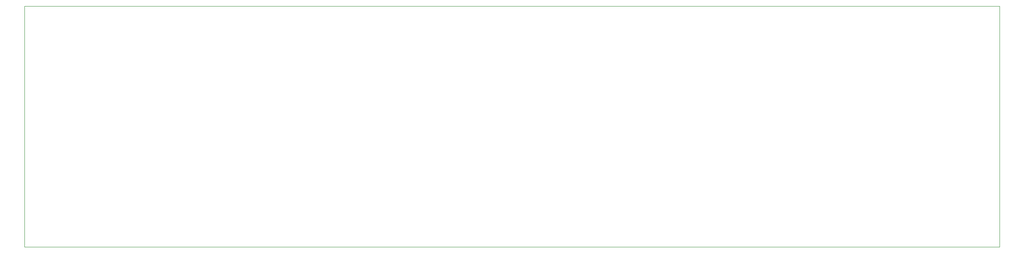
<source format=gm1>
%TF.GenerationSoftware,KiCad,Pcbnew,(5.99.0-8090-ga1d7a959f7)*%
%TF.CreationDate,2021-08-13T15:27:52+01:00*%
%TF.ProjectId,CONIO-A,434f4e49-4f2d-4412-9e6b-696361645f70,rev?*%
%TF.SameCoordinates,Original*%
%TF.FileFunction,Profile,NP*%
%FSLAX46Y46*%
G04 Gerber Fmt 4.6, Leading zero omitted, Abs format (unit mm)*
G04 Created by KiCad (PCBNEW (5.99.0-8090-ga1d7a959f7)) date 2021-08-13 15:27:52*
%MOMM*%
%LPD*%
G01*
G04 APERTURE LIST*
%TA.AperFunction,Profile*%
%ADD10C,0.100000*%
%TD*%
G04 APERTURE END LIST*
D10*
X46300000Y-120300000D02*
X248800000Y-120300000D01*
X248800000Y-120300000D02*
X248800000Y-70300000D01*
X248800000Y-70300000D02*
X46300000Y-70300000D01*
X46300000Y-70300000D02*
X46300000Y-120300000D01*
M02*

</source>
